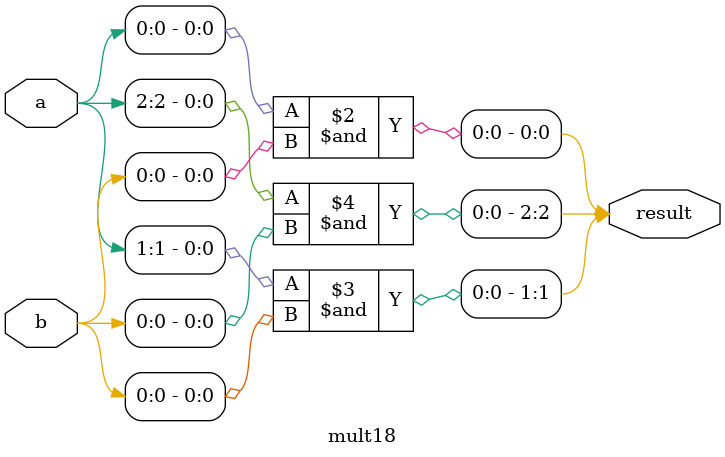
<source format=v>
module mult18 (
    input [2:0] a,
    input [2:0] b,
    output reg [2:0] result
);

always @(*) begin
    result[0] = a[0] & b[0];
    result[1] = a[1] & b[0];
    result[2] = a[2] & b[0];
end

endmodule

</source>
